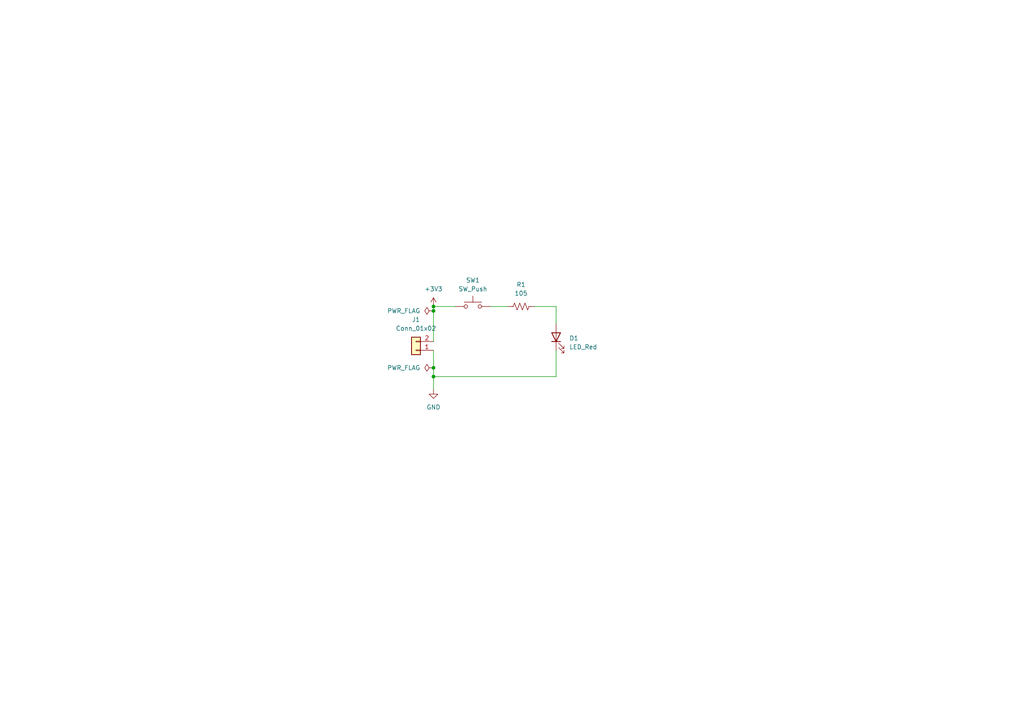
<source format=kicad_sch>
(kicad_sch (version 20231120) (generator "eeschema") (generator_version "8.0")
  (paper "A4")
  (title_block (title "LED Project") (date "2025-09-16") (rev "1.0") (company "Illini Solar Car") (comment 1 "Designed by:Derrick Lee"))
  (lib_symbols
    (symbol "Connector_Generic:Conn_01x02" (pin_names (offset 1.016) hide)
      (property "Reference" "J" (at 0 2.54 0))
      (property "Value" "Conn_01x02" (at 0 -5.08 0))
      (symbol "Conn_01x02_1_1"
        (rectangle (start -1.27 -2.413) (end 0 -2.667) (stroke (width 0.1524)))
        (rectangle (start -1.27 0.127) (end 0 -0.127) (stroke (width 0.1524)))
        (rectangle (start -1.27 1.27) (end 1.27 -3.81) (stroke (width 0.254)) (fill (type background)))
        (pin passive line (at -5.08 0 0) (length 3.81) (name "Pin_1") (number "1"))
        (pin passive line (at -5.08 -2.54 0) (length 3.81) (name "Pin_2") (number "2"))
      )
    )
    (symbol "Device:LED" (pin_numbers hide) (pin_names (offset 1.016) hide)
      (property "Reference" "D" (at 0 2.54 0))
      (property "Value" "LED" (at 0 -2.54 0))
      (symbol "LED_0_1"
        (polyline (pts (xy -1.27 -1.27) (xy -1.27 1.27)) (stroke (width 0.254)))
        (polyline (pts (xy -1.27 0) (xy 1.27 0)))
        (polyline (pts (xy 1.27 -1.27) (xy 1.27 1.27) (xy -1.27 0) (xy 1.27 -1.27)) (stroke (width 0.254)))
        (polyline (pts (xy -3.048 -0.762) (xy -4.572 -2.286) (xy -3.81 -2.286) (xy -4.572 -2.286) (xy -4.572 -1.524)))
        (polyline (pts (xy -1.778 -0.762) (xy -3.302 -2.286) (xy -2.54 -2.286) (xy -3.302 -2.286) (xy -3.302 -1.524)))
      )
      (symbol "LED_1_1"
        (pin passive line (at -3.81 0 0) (length 2.54) (name "K") (number "1"))
        (pin passive line (at 3.81 0 180) (length 2.54) (name "A") (number "2"))
      )
    )
    (symbol "Device:R_US" (pin_numbers hide) (pin_names (offset 0))
      (property "Reference" "R" (at 2.54 0 90))
      (property "Value" "R_US" (at -2.54 0 90))
      (symbol "R_US_0_1"
        (polyline (pts (xy 0 -2.286) (xy 0 -2.54)))
        (polyline (pts (xy 0 2.286) (xy 0 2.54)))
        (polyline (pts (xy 0 -0.762) (xy 1.016 -1.143) (xy 0 -1.524) (xy -1.016 -1.905) (xy 0 -2.286)))
        (polyline (pts (xy 0 0.762) (xy 1.016 0.381) (xy 0 0) (xy -1.016 -0.381) (xy 0 -0.762)))
        (polyline (pts (xy 0 2.286) (xy 1.016 1.905) (xy 0 1.524) (xy -1.016 1.143) (xy 0 0.762)))
      )
      (symbol "R_US_1_1"
        (pin passive line (at 0 3.81 270) (length 1.27) (name "~") (number "1"))
        (pin passive line (at 0 -3.81 90) (length 1.27) (name "~") (number "2"))
      )
    )
    (symbol "Switch:SW_Push" (pin_numbers hide) (pin_names (offset 1.016) hide)
      (property "Reference" "SW" (at 1.27 2.54 0))
      (property "Value" "SW_Push" (at 0 -1.524 0))
      (symbol "SW_Push_0_1"
        (circle (center -2.032 0) (radius 0.508))
        (polyline (pts (xy 0 1.27) (xy 0 3.048)))
        (polyline (pts (xy 2.54 1.27) (xy -2.54 1.27)))
        (circle (center 2.032 0) (radius 0.508))
        (pin passive line (at -5.08 0 0) (length 2.54) (name "1") (number "1"))
        (pin passive line (at 5.08 0 180) (length 2.54) (name "2") (number "2"))
      )
    )
    (symbol "power:+3V3" (power) (pin_names (offset 0))
      (property "Value" "+3V3" (at 0 3.556 0))
      (symbol "+3V3_0_1"
        (polyline (pts (xy -0.762 1.27) (xy 0 2.54)))
        (polyline (pts (xy 0 0) (xy 0 2.54)))
        (polyline (pts (xy 0 2.54) (xy 0.762 1.27)))
      )
      (symbol "+3V3_1_1"
        (pin power_in line (at 0 0 90) (length 0) hide (name "+3V3") (number "1"))
      )
    )
    (symbol "power:GND" (power) (pin_names (offset 0))
      (property "Value" "GND" (at 0 -3.81 0))
      (symbol "GND_0_1"
        (polyline (pts (xy 0 0) (xy 0 -1.27) (xy 1.27 -1.27) (xy 0 -2.54) (xy -1.27 -1.27) (xy 0 -1.27)))
      )
      (symbol "GND_1_1"
        (pin power_in line (at 0 0 270) (length 0) hide (name "GND") (number "1"))
      )
    )
    (symbol "power:PWR_FLAG" (power) (pin_numbers hide) (pin_names (offset 0) hide)
      (property "Value" "PWR_FLAG" (at 0 3.81 0))
      (symbol "PWR_FLAG_0_0"
        (pin power_out line (at 0 0 90) (length 0) (name "pwr") (number "1"))
      )
      (symbol "PWR_FLAG_0_1"
        (polyline (pts (xy 0 0) (xy 0 1.27) (xy -1.016 1.905) (xy 0 2.54) (xy 1.016 1.905) (xy 0 1.27)))
      )
    )
  )
  (junction (at 125.73 109.22))
  (junction (at 125.73 90.17))
  (junction (at 125.73 106.68))
  (junction (at 125.73 88.9))
  (wire (pts (xy 125.73 101.6) (xy 125.73 106.68)))
  (wire (pts (xy 125.73 106.68) (xy 125.73 109.22)))
  (wire (pts (xy 161.29 101.6) (xy 161.29 109.22)))
  (wire (pts (xy 125.73 88.9) (xy 125.73 90.17)))
  (wire (pts (xy 125.73 109.22) (xy 161.29 109.22)))
  (wire (pts (xy 154.94 88.9) (xy 161.29 88.9)))
  (wire (pts (xy 125.73 88.9) (xy 132.08 88.9)))
  (wire (pts (xy 142.24 88.9) (xy 147.32 88.9)))
  (wire (pts (xy 125.73 109.22) (xy 125.73 113.03)))
  (wire (pts (xy 125.73 90.17) (xy 125.73 99.06)))
  (wire (pts (xy 161.29 88.9) (xy 161.29 93.98)))
  (symbol (lib_id "Device:R_US") (at 151.13 88.9 90) (unit 1)
    (property "Reference" "R1" (at 151.13 82.55 90))
    (property "Value" "105" (at 151.13 85.09 90))
    (property "Footprint" "Resistor_SMD:R_0603_1608Metric_Pad0.98x0.95mm_HandSolder" (effects (hide yes)))
    (property "Description" "Resistor, US symbol" (effects (hide yes)))
  )
  (symbol (lib_id "power:+3V3") (at 125.73 88.9 0) (unit 1)
    (property "Reference" "#PWR1" (effects (hide yes)))
    (property "Value" "+3V3" (at 125.73 83.82 0))
    (property "Description" "Power symbol creates a global label with name \"+3V3\"" (effects (hide yes)))
  )
  (symbol (lib_id "Device:LED") (at 161.29 97.79 90) (unit 1)
    (property "Reference" "D1" (at 165.1 98.1074 90) (effects (justify right)))
    (property "Value" "LED_Red" (at 165.1 100.6474 90) (effects (justify right)))
    (property "Footprint" "layout:LED_0603_Symbol_on_F.SilkS" (effects (hide yes)))
    (property "Description" "Light emitting diode" (effects (hide yes)))
    (property "Notes" "May have difrent colors" (effects (hide yes)))
  )
  (symbol (lib_id "Connector_Generic:Conn_01x02") (at 120.65 101.6 180) (unit 1)
    (property "Reference" "J1" (at 120.65 92.71 0))
    (property "Value" "Conn_01x02" (at 120.65 95.25 0))
    (property "Footprint" "Connector_Molex:Molex_KK-254_AE-6410-02A_1x02_P2.54mm_Vertical" (effects (hide yes)))
    (property "Datasheet" "https://www.molex.com/content/dam/molex/molex-dot-com/products/automated/en-us/salesdrawingpdf/641/6410/022272021_sd.pdf?inline" (effects (hide yes)))
    (property "Description" "Generic connector, single row, 01x02, script generated (kicad-library-utils/schlib/autogen/connector/)" (effects (hide yes)))
    (property "MPN" "022272021" (effects (hide yes)))
  )
  (symbol (lib_id "power:GND") (at 125.73 113.03 0) (unit 1)
    (property "Reference" "#PWR2" (effects (hide yes)))
    (property "Value" "GND" (at 125.73 118.11 0))
    (property "Description" "Power symbol creates a global label with name \"GND\" , ground" (effects (hide yes)))
  )
  (symbol (lib_id "Switch:SW_Push") (at 137.16 88.9 0) (unit 1)
    (property "Reference" "SW1" (at 137.16 81.28 0))
    (property "Value" "SW_Push" (at 137.16 83.82 0))
    (property "Footprint" "Button_Switch_SMD:SW_DIP_SPSTx01_Slide_6.7x4.1mm_W8.61mm_P2.54mm_LowProfile" (effects (hide yes)))
    (property "Datasheet" "https://www.te.com/commerce/DocumentDelivery/DDEController?Action=srchrtrv&DocNm=1308111-1_SWITCHES_CORE_PROGRAM_CATALOG&DocType=Catalog%20Section&DocLang=English&DocFormat=pdf&PartCntxt=1825910-6" (effects (hide yes)))
    (property "Description" "Push button switch, generic, two pins" (effects (hide yes)))
    (property "MPN" "1825910-6" (effects (hide yes)))
  )
  (symbol (lib_id "power:PWR_FLAG") (at 125.73 106.68 90) (unit 1)
    (property "Reference" "#FLG1" (effects (hide yes)))
    (property "Value" "PWR_FLAG" (at 121.92 106.6799 90) (effects (justify left)))
    (property "Description" "Special symbol for telling ERC where power comes from" (effects (hide yes)))
  )
  (symbol (lib_id "power:PWR_FLAG") (at 125.73 90.17 90) (unit 1)
    (property "Reference" "#FLG2" (effects (hide yes)))
    (property "Value" "PWR_FLAG" (at 121.92 90.1699 90) (effects (justify left)))
    (property "Description" "Special symbol for telling ERC where power comes from" (effects (hide yes)))
  )
)
</source>
